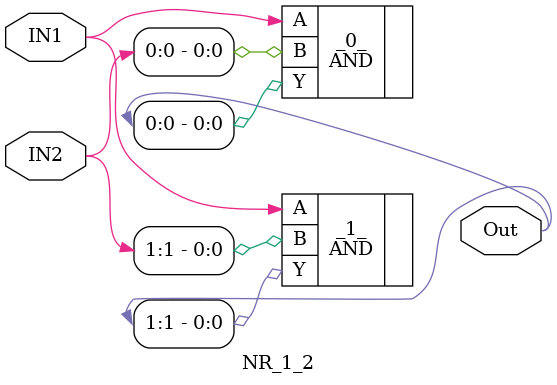
<source format=v>
/* Generated by Yosys 0.45+139 (git sha1 8e1e2b9a3, g++ 12.2.0-14 -fPIC -O3) */

module NR_1_2(IN1, IN2, Out);
  input IN1;
  wire IN1;
  input [1:0] IN2;
  wire [1:0] IN2;
  output [1:0] Out;
  wire [1:0] Out;
  AND _0_ (
    .A(IN1),
    .B(IN2[0]),
    .Y(Out[0])
  );
  AND _1_ (
    .A(IN1),
    .B(IN2[1]),
    .Y(Out[1])
  );
endmodule

</source>
